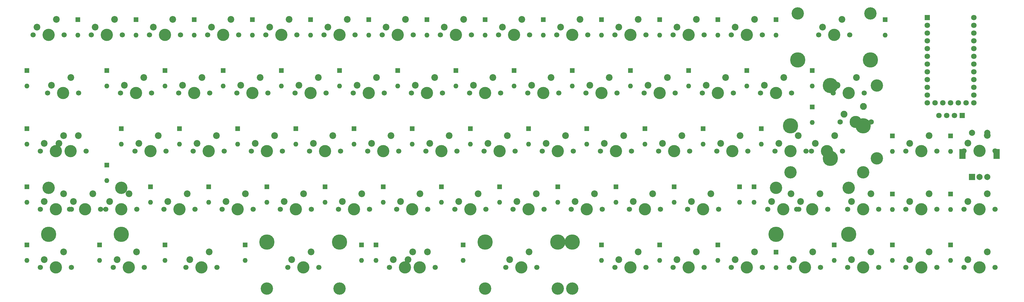
<source format=gbr>
%TF.GenerationSoftware,KiCad,Pcbnew,(6.0.1)*%
%TF.CreationDate,2022-05-15T15:51:01-04:00*%
%TF.ProjectId,GanJing 65 rev 2 solder,47616e4a-696e-4672-9036-352072657620,2*%
%TF.SameCoordinates,Original*%
%TF.FileFunction,Soldermask,Bot*%
%TF.FilePolarity,Negative*%
%FSLAX46Y46*%
G04 Gerber Fmt 4.6, Leading zero omitted, Abs format (unit mm)*
G04 Created by KiCad (PCBNEW (6.0.1)) date 2022-05-15 15:51:01*
%MOMM*%
%LPD*%
G01*
G04 APERTURE LIST*
%ADD10R,1.600000X1.600000*%
%ADD11O,1.600000X1.600000*%
%ADD12R,1.800000X1.800000*%
%ADD13C,1.800000*%
%ADD14C,1.700000*%
%ADD15C,2.200000*%
%ADD16C,4.000000*%
%ADD17C,4.050000*%
%ADD18C,5.000000*%
%ADD19R,2.000000X3.200000*%
%ADD20R,2.000000X2.000000*%
%ADD21C,2.000000*%
%ADD22C,3.987800*%
%ADD23C,1.750000*%
%ADD24C,2.250000*%
G04 APERTURE END LIST*
D10*
%TO.C,D1*%
X69056250Y-99853750D03*
D11*
X69056250Y-104933750D03*
%TD*%
D10*
%TO.C,D2*%
X88106250Y-99853750D03*
D11*
X88106250Y-104933750D03*
%TD*%
D10*
%TO.C,D3*%
X107156250Y-99853750D03*
D11*
X107156250Y-104933750D03*
%TD*%
D10*
%TO.C,D4*%
X126206250Y-99853750D03*
D11*
X126206250Y-104933750D03*
%TD*%
D10*
%TO.C,D5*%
X145256250Y-99853750D03*
D11*
X145256250Y-104933750D03*
%TD*%
D10*
%TO.C,D6*%
X164306250Y-99853750D03*
D11*
X164306250Y-104933750D03*
%TD*%
D10*
%TO.C,D7*%
X183356250Y-99853750D03*
D11*
X183356250Y-104933750D03*
%TD*%
D10*
%TO.C,D8*%
X202406250Y-99853750D03*
D11*
X202406250Y-104933750D03*
%TD*%
D10*
%TO.C,D9*%
X221456250Y-99853750D03*
D11*
X221456250Y-104933750D03*
%TD*%
D10*
%TO.C,D10*%
X240506250Y-99853750D03*
D11*
X240506250Y-104933750D03*
%TD*%
D10*
%TO.C,D11*%
X259556250Y-99853750D03*
D11*
X259556250Y-104933750D03*
%TD*%
D10*
%TO.C,D12*%
X278606250Y-99853750D03*
D11*
X278606250Y-104933750D03*
%TD*%
D10*
%TO.C,D13*%
X297656250Y-99853750D03*
D11*
X297656250Y-104933750D03*
%TD*%
D10*
%TO.C,D14*%
X333375000Y-99853750D03*
D11*
X333375000Y-104933750D03*
%TD*%
D10*
%TO.C,D16*%
X52387500Y-116522500D03*
D11*
X52387500Y-121602500D03*
%TD*%
D10*
%TO.C,D17*%
X78581250Y-116522500D03*
D11*
X78581250Y-121602500D03*
%TD*%
D10*
%TO.C,D18*%
X97631250Y-116522500D03*
D11*
X97631250Y-121602500D03*
%TD*%
D10*
%TO.C,D19*%
X116681250Y-116522500D03*
D11*
X116681250Y-121602500D03*
%TD*%
D10*
%TO.C,D20*%
X135731250Y-116522500D03*
D11*
X135731250Y-121602500D03*
%TD*%
D10*
%TO.C,D21*%
X154781250Y-116522500D03*
D11*
X154781250Y-121602500D03*
%TD*%
D10*
%TO.C,D22*%
X173831250Y-116522500D03*
D11*
X173831250Y-121602500D03*
%TD*%
D10*
%TO.C,D23*%
X192881250Y-116522500D03*
D11*
X192881250Y-121602500D03*
%TD*%
D10*
%TO.C,D24*%
X211931250Y-116522500D03*
D11*
X211931250Y-121602500D03*
%TD*%
D10*
%TO.C,D25*%
X230981250Y-116522500D03*
D11*
X230981250Y-121602500D03*
%TD*%
D10*
%TO.C,D26*%
X250031250Y-116522500D03*
D11*
X250031250Y-121602500D03*
%TD*%
D10*
%TO.C,D27*%
X269081250Y-116522500D03*
D11*
X269081250Y-121602500D03*
%TD*%
D10*
%TO.C,D28*%
X288131250Y-116522500D03*
D11*
X288131250Y-121602500D03*
%TD*%
D10*
%TO.C,D29*%
X309562500Y-116522500D03*
D11*
X309562500Y-121602500D03*
%TD*%
D10*
%TO.C,D30*%
X335756250Y-137953750D03*
D11*
X335756250Y-143033750D03*
%TD*%
D10*
%TO.C,D31*%
X52387500Y-135572500D03*
D11*
X52387500Y-140652500D03*
%TD*%
D10*
%TO.C,D32*%
X83343750Y-135572500D03*
D11*
X83343750Y-140652500D03*
%TD*%
D10*
%TO.C,D33*%
X102393750Y-135572500D03*
D11*
X102393750Y-140652500D03*
%TD*%
D10*
%TO.C,D34*%
X121443750Y-135572500D03*
D11*
X121443750Y-140652500D03*
%TD*%
D10*
%TO.C,D35*%
X140493750Y-135572500D03*
D11*
X140493750Y-140652500D03*
%TD*%
D10*
%TO.C,D36*%
X159543750Y-135572500D03*
D11*
X159543750Y-140652500D03*
%TD*%
D10*
%TO.C,D37*%
X178593750Y-135572500D03*
D11*
X178593750Y-140652500D03*
%TD*%
D10*
%TO.C,D38*%
X197643750Y-135572500D03*
D11*
X197643750Y-140652500D03*
%TD*%
D10*
%TO.C,D39*%
X216693750Y-135572500D03*
D11*
X216693750Y-140652500D03*
%TD*%
D10*
%TO.C,D40*%
X235743750Y-135572500D03*
D11*
X235743750Y-140652500D03*
%TD*%
D10*
%TO.C,D41*%
X254793750Y-135572500D03*
D11*
X254793750Y-140652500D03*
%TD*%
D10*
%TO.C,D42*%
X273843750Y-135572500D03*
D11*
X273843750Y-140652500D03*
%TD*%
D10*
%TO.C,D43*%
X292893750Y-135572500D03*
D11*
X292893750Y-140652500D03*
%TD*%
D10*
%TO.C,D44*%
X309562500Y-128428750D03*
D11*
X309562500Y-133508750D03*
%TD*%
D10*
%TO.C,D45*%
X335756250Y-157003750D03*
D11*
X335756250Y-162083750D03*
%TD*%
D10*
%TO.C,D46*%
X52387500Y-154622500D03*
D11*
X52387500Y-159702500D03*
%TD*%
D10*
%TO.C,D47*%
X78581250Y-147478750D03*
D11*
X78581250Y-152558750D03*
%TD*%
D10*
%TO.C,D48*%
X92868750Y-154622500D03*
D11*
X92868750Y-159702500D03*
%TD*%
D10*
%TO.C,D49*%
X111918750Y-154622500D03*
D11*
X111918750Y-159702500D03*
%TD*%
D10*
%TO.C,D50*%
X130968750Y-154622500D03*
D11*
X130968750Y-159702500D03*
%TD*%
D10*
%TO.C,D51*%
X150018750Y-154622500D03*
D11*
X150018750Y-159702500D03*
%TD*%
D10*
%TO.C,D52*%
X169068750Y-154622500D03*
D11*
X169068750Y-159702500D03*
%TD*%
D10*
%TO.C,D53*%
X188118750Y-154622500D03*
D11*
X188118750Y-159702500D03*
%TD*%
D10*
%TO.C,D54*%
X207168750Y-154622500D03*
D11*
X207168750Y-159702500D03*
%TD*%
D10*
%TO.C,D55*%
X226218750Y-154622500D03*
D11*
X226218750Y-159702500D03*
%TD*%
D10*
%TO.C,D57*%
X264318750Y-154622500D03*
D11*
X264318750Y-159702500D03*
%TD*%
D10*
%TO.C,D58*%
X290512500Y-154622500D03*
D11*
X290512500Y-159702500D03*
%TD*%
D10*
%TO.C,D60*%
X354806250Y-157003750D03*
D11*
X354806250Y-162083750D03*
%TD*%
D10*
%TO.C,D61*%
X52387500Y-173672500D03*
D11*
X52387500Y-178752500D03*
%TD*%
D10*
%TO.C,D62*%
X76200000Y-173672500D03*
D11*
X76200000Y-178752500D03*
%TD*%
D10*
%TO.C,D63*%
X97631250Y-173672500D03*
D11*
X97631250Y-178752500D03*
%TD*%
D10*
%TO.C,D66*%
X166687500Y-173672500D03*
D11*
X166687500Y-178752500D03*
%TD*%
D10*
%TO.C,D68*%
X240506250Y-173672500D03*
D11*
X240506250Y-178752500D03*
%TD*%
D10*
%TO.C,D69*%
X259556250Y-173672500D03*
D11*
X259556250Y-178752500D03*
%TD*%
D10*
%TO.C,D70*%
X278606250Y-173672500D03*
D11*
X278606250Y-178752500D03*
%TD*%
D10*
%TO.C,D71*%
X297656250Y-176053750D03*
D11*
X297656250Y-181133750D03*
%TD*%
D10*
%TO.C,D72*%
X316706250Y-173672500D03*
D11*
X316706250Y-178752500D03*
%TD*%
D10*
%TO.C,D73*%
X335756250Y-173672500D03*
D11*
X335756250Y-178752500D03*
%TD*%
D10*
%TO.C,D74*%
X354806250Y-173672500D03*
D11*
X354806250Y-178752500D03*
%TD*%
D10*
%TO.C,D15*%
X354806250Y-137953750D03*
D11*
X354806250Y-143033750D03*
%TD*%
D12*
%TO.C,DS1*%
X358616250Y-131250000D03*
D13*
X356076250Y-131250000D03*
X353536250Y-131250000D03*
X350996250Y-131250000D03*
%TD*%
D14*
%TO.C,MX1*%
X64611250Y-104775000D03*
D15*
X55721250Y-102235000D03*
X62071250Y-99695000D03*
D14*
X54451250Y-104775000D03*
D16*
X59531250Y-104775000D03*
%TD*%
D14*
%TO.C,MX2*%
X83661250Y-104775000D03*
D15*
X74771250Y-102235000D03*
X81121250Y-99695000D03*
D14*
X73501250Y-104775000D03*
D16*
X78581250Y-104775000D03*
%TD*%
D14*
%TO.C,MX3*%
X102711250Y-104775000D03*
D15*
X93821250Y-102235000D03*
X100171250Y-99695000D03*
D14*
X92551250Y-104775000D03*
D16*
X97631250Y-104775000D03*
%TD*%
D14*
%TO.C,MX4*%
X121761250Y-104775000D03*
D15*
X112871250Y-102235000D03*
X119221250Y-99695000D03*
D14*
X111601250Y-104775000D03*
D16*
X116681250Y-104775000D03*
%TD*%
D14*
%TO.C,MX5*%
X140811250Y-104775000D03*
D15*
X131921250Y-102235000D03*
X138271250Y-99695000D03*
D14*
X130651250Y-104775000D03*
D16*
X135731250Y-104775000D03*
%TD*%
D14*
%TO.C,MX6*%
X159861250Y-104775000D03*
D15*
X150971250Y-102235000D03*
X157321250Y-99695000D03*
D14*
X149701250Y-104775000D03*
D16*
X154781250Y-104775000D03*
%TD*%
D14*
%TO.C,MX7*%
X178911250Y-104775000D03*
D15*
X170021250Y-102235000D03*
X176371250Y-99695000D03*
D14*
X168751250Y-104775000D03*
D16*
X173831250Y-104775000D03*
%TD*%
D14*
%TO.C,MX8*%
X197961250Y-104775000D03*
D15*
X189071250Y-102235000D03*
X195421250Y-99695000D03*
D14*
X187801250Y-104775000D03*
D16*
X192881250Y-104775000D03*
%TD*%
D14*
%TO.C,MX9*%
X217011250Y-104775000D03*
D15*
X208121250Y-102235000D03*
X214471250Y-99695000D03*
D14*
X206851250Y-104775000D03*
D16*
X211931250Y-104775000D03*
%TD*%
D14*
%TO.C,MX10*%
X236061250Y-104775000D03*
D15*
X227171250Y-102235000D03*
X233521250Y-99695000D03*
D14*
X225901250Y-104775000D03*
D16*
X230981250Y-104775000D03*
%TD*%
D14*
%TO.C,MX11*%
X255111250Y-104775000D03*
D15*
X246221250Y-102235000D03*
X252571250Y-99695000D03*
D14*
X244951250Y-104775000D03*
D16*
X250031250Y-104775000D03*
%TD*%
D14*
%TO.C,MX12*%
X274161250Y-104775000D03*
D15*
X265271250Y-102235000D03*
X271621250Y-99695000D03*
D14*
X264001250Y-104775000D03*
D16*
X269081250Y-104775000D03*
%TD*%
D14*
%TO.C,MX13*%
X293211250Y-104775000D03*
D15*
X284321250Y-102235000D03*
X290671250Y-99695000D03*
D14*
X283051250Y-104775000D03*
D16*
X288131250Y-104775000D03*
%TD*%
%TO.C,MX14*%
X316706250Y-104775000D03*
D14*
X311626250Y-104775000D03*
D17*
X304806250Y-97775000D03*
D18*
X304806250Y-113015000D03*
D17*
X328606250Y-97775000D03*
D18*
X328606250Y-113015000D03*
D14*
X321786250Y-104775000D03*
D15*
X319246250Y-99695000D03*
X312896250Y-102235000D03*
%TD*%
D14*
%TO.C,MX16*%
X59213750Y-123825000D03*
D16*
X64293750Y-123825000D03*
D14*
X69373750Y-123825000D03*
D15*
X66833750Y-118745000D03*
X60483750Y-121285000D03*
%TD*%
D14*
%TO.C,MX17*%
X93186250Y-123825000D03*
D15*
X84296250Y-121285000D03*
X90646250Y-118745000D03*
D14*
X83026250Y-123825000D03*
D16*
X88106250Y-123825000D03*
%TD*%
D14*
%TO.C,MX18*%
X112236250Y-123825000D03*
D15*
X103346250Y-121285000D03*
X109696250Y-118745000D03*
D14*
X102076250Y-123825000D03*
D16*
X107156250Y-123825000D03*
%TD*%
D14*
%TO.C,MX19*%
X131286250Y-123825000D03*
D15*
X122396250Y-121285000D03*
X128746250Y-118745000D03*
D14*
X121126250Y-123825000D03*
D16*
X126206250Y-123825000D03*
%TD*%
D14*
%TO.C,MX20*%
X150336250Y-123825000D03*
D15*
X141446250Y-121285000D03*
X147796250Y-118745000D03*
D14*
X140176250Y-123825000D03*
D16*
X145256250Y-123825000D03*
%TD*%
D14*
%TO.C,MX21*%
X169386250Y-123825000D03*
D15*
X160496250Y-121285000D03*
X166846250Y-118745000D03*
D14*
X159226250Y-123825000D03*
D16*
X164306250Y-123825000D03*
%TD*%
D14*
%TO.C,MX22*%
X188436250Y-123825000D03*
D15*
X179546250Y-121285000D03*
X185896250Y-118745000D03*
D14*
X178276250Y-123825000D03*
D16*
X183356250Y-123825000D03*
%TD*%
D14*
%TO.C,MX23*%
X207486250Y-123825000D03*
D15*
X198596250Y-121285000D03*
X204946250Y-118745000D03*
D14*
X197326250Y-123825000D03*
D16*
X202406250Y-123825000D03*
%TD*%
D14*
%TO.C,MX24*%
X226536250Y-123825000D03*
D15*
X217646250Y-121285000D03*
X223996250Y-118745000D03*
D14*
X216376250Y-123825000D03*
D16*
X221456250Y-123825000D03*
%TD*%
D14*
%TO.C,MX25*%
X245586250Y-123825000D03*
D15*
X236696250Y-121285000D03*
X243046250Y-118745000D03*
D14*
X235426250Y-123825000D03*
D16*
X240506250Y-123825000D03*
%TD*%
D14*
%TO.C,MX26*%
X264636250Y-123825000D03*
D15*
X255746250Y-121285000D03*
X262096250Y-118745000D03*
D14*
X254476250Y-123825000D03*
D16*
X259556250Y-123825000D03*
%TD*%
D14*
%TO.C,MX27*%
X283686250Y-123825000D03*
D15*
X274796250Y-121285000D03*
X281146250Y-118745000D03*
D14*
X273526250Y-123825000D03*
D16*
X278606250Y-123825000D03*
%TD*%
D14*
%TO.C,MX28*%
X302736250Y-123825000D03*
D15*
X293846250Y-121285000D03*
X300196250Y-118745000D03*
D14*
X292576250Y-123825000D03*
D16*
X297656250Y-123825000D03*
%TD*%
D14*
%TO.C,MX29*%
X316388750Y-123825000D03*
D16*
X321468750Y-123825000D03*
D14*
X326548750Y-123825000D03*
D15*
X324008750Y-118745000D03*
X317658750Y-121285000D03*
%TD*%
D14*
%TO.C,MX30*%
X350361250Y-142875000D03*
D15*
X341471250Y-140335000D03*
X347821250Y-137795000D03*
D14*
X340201250Y-142875000D03*
D16*
X345281250Y-142875000D03*
%TD*%
D14*
%TO.C,MX31*%
X61595000Y-142875000D03*
D16*
X66675000Y-142875000D03*
D15*
X69215000Y-137795000D03*
D14*
X71755000Y-142875000D03*
D15*
X62865000Y-140335000D03*
%TD*%
D14*
%TO.C,MX32*%
X97948750Y-142875000D03*
D15*
X89058750Y-140335000D03*
X95408750Y-137795000D03*
D14*
X87788750Y-142875000D03*
D16*
X92868750Y-142875000D03*
%TD*%
D14*
%TO.C,MX33*%
X116998750Y-142875000D03*
D15*
X108108750Y-140335000D03*
X114458750Y-137795000D03*
D14*
X106838750Y-142875000D03*
D16*
X111918750Y-142875000D03*
%TD*%
D14*
%TO.C,MX34*%
X136048750Y-142875000D03*
D15*
X127158750Y-140335000D03*
X133508750Y-137795000D03*
D14*
X125888750Y-142875000D03*
D16*
X130968750Y-142875000D03*
%TD*%
D14*
%TO.C,MX35*%
X155098750Y-142875000D03*
D15*
X146208750Y-140335000D03*
X152558750Y-137795000D03*
D14*
X144938750Y-142875000D03*
D16*
X150018750Y-142875000D03*
%TD*%
D14*
%TO.C,MX36*%
X174148750Y-142875000D03*
D15*
X165258750Y-140335000D03*
X171608750Y-137795000D03*
D14*
X163988750Y-142875000D03*
D16*
X169068750Y-142875000D03*
%TD*%
D14*
%TO.C,MX37*%
X193198750Y-142875000D03*
D15*
X184308750Y-140335000D03*
X190658750Y-137795000D03*
D14*
X183038750Y-142875000D03*
D16*
X188118750Y-142875000D03*
%TD*%
D14*
%TO.C,MX38*%
X212248750Y-142875000D03*
D15*
X203358750Y-140335000D03*
X209708750Y-137795000D03*
D14*
X202088750Y-142875000D03*
D16*
X207168750Y-142875000D03*
%TD*%
D14*
%TO.C,MX39*%
X231298750Y-142875000D03*
D15*
X222408750Y-140335000D03*
X228758750Y-137795000D03*
D14*
X221138750Y-142875000D03*
D16*
X226218750Y-142875000D03*
%TD*%
D14*
%TO.C,MX40*%
X250348750Y-142875000D03*
D15*
X241458750Y-140335000D03*
X247808750Y-137795000D03*
D14*
X240188750Y-142875000D03*
D16*
X245268750Y-142875000D03*
%TD*%
D14*
%TO.C,MX41*%
X269398750Y-142875000D03*
D15*
X260508750Y-140335000D03*
X266858750Y-137795000D03*
D14*
X259238750Y-142875000D03*
D16*
X264318750Y-142875000D03*
%TD*%
D14*
%TO.C,MX42*%
X288448750Y-142875000D03*
D15*
X279558750Y-140335000D03*
X285908750Y-137795000D03*
D14*
X278288750Y-142875000D03*
D16*
X283368750Y-142875000D03*
%TD*%
D14*
%TO.C,MX43*%
X307498750Y-142875000D03*
D15*
X298608750Y-140335000D03*
X304958750Y-137795000D03*
D14*
X297338750Y-142875000D03*
D16*
X302418750Y-142875000D03*
%TD*%
%TO.C,MX44*%
X314325000Y-142875000D03*
D14*
X319405000Y-142875000D03*
D17*
X302425000Y-149875000D03*
D14*
X309245000Y-142875000D03*
D18*
X302425000Y-134635000D03*
D17*
X326225000Y-149875000D03*
D18*
X326225000Y-134635000D03*
D15*
X316865000Y-137795000D03*
X310515000Y-140335000D03*
%TD*%
D14*
%TO.C,MX45*%
X350361250Y-161925000D03*
D15*
X341471250Y-159385000D03*
X347821250Y-156845000D03*
D14*
X340201250Y-161925000D03*
D16*
X345281250Y-161925000D03*
%TD*%
D18*
%TO.C,MX46*%
X59537500Y-170165000D03*
D14*
X66357500Y-161925000D03*
D16*
X71437500Y-161925000D03*
D18*
X83337500Y-170165000D03*
D17*
X83337500Y-154925000D03*
X59537500Y-154925000D03*
D14*
X76517500Y-161925000D03*
D15*
X73977500Y-156845000D03*
X67627500Y-159385000D03*
%TD*%
D14*
%TO.C,MX48*%
X107473750Y-161925000D03*
D15*
X98583750Y-159385000D03*
X104933750Y-156845000D03*
D14*
X97313750Y-161925000D03*
D16*
X102393750Y-161925000D03*
%TD*%
D14*
%TO.C,MX49*%
X126523750Y-161925000D03*
D15*
X117633750Y-159385000D03*
X123983750Y-156845000D03*
D14*
X116363750Y-161925000D03*
D16*
X121443750Y-161925000D03*
%TD*%
D14*
%TO.C,MX50*%
X145573750Y-161925000D03*
D15*
X136683750Y-159385000D03*
X143033750Y-156845000D03*
D14*
X135413750Y-161925000D03*
D16*
X140493750Y-161925000D03*
%TD*%
D14*
%TO.C,MX51*%
X164623750Y-161925000D03*
D15*
X155733750Y-159385000D03*
X162083750Y-156845000D03*
D14*
X154463750Y-161925000D03*
D16*
X159543750Y-161925000D03*
%TD*%
D14*
%TO.C,MX52*%
X183673750Y-161925000D03*
D15*
X174783750Y-159385000D03*
X181133750Y-156845000D03*
D14*
X173513750Y-161925000D03*
D16*
X178593750Y-161925000D03*
%TD*%
D14*
%TO.C,MX53*%
X202723750Y-161925000D03*
D15*
X193833750Y-159385000D03*
X200183750Y-156845000D03*
D14*
X192563750Y-161925000D03*
D16*
X197643750Y-161925000D03*
%TD*%
D14*
%TO.C,MX54*%
X221773750Y-161925000D03*
D15*
X212883750Y-159385000D03*
X219233750Y-156845000D03*
D14*
X211613750Y-161925000D03*
D16*
X216693750Y-161925000D03*
%TD*%
D14*
%TO.C,MX55*%
X240823750Y-161925000D03*
D15*
X231933750Y-159385000D03*
X238283750Y-156845000D03*
D14*
X230663750Y-161925000D03*
D16*
X235743750Y-161925000D03*
%TD*%
D14*
%TO.C,MX56*%
X259873750Y-161925000D03*
D15*
X250983750Y-159385000D03*
X257333750Y-156845000D03*
D14*
X249713750Y-161925000D03*
D16*
X254793750Y-161925000D03*
%TD*%
D14*
%TO.C,MX57*%
X278923750Y-161925000D03*
D15*
X270033750Y-159385000D03*
X276383750Y-156845000D03*
D14*
X268763750Y-161925000D03*
D16*
X273843750Y-161925000D03*
%TD*%
D17*
%TO.C,MX58*%
X321462500Y-154925000D03*
X297662500Y-154925000D03*
D14*
X314642500Y-161925000D03*
D18*
X321462500Y-170165000D03*
D14*
X304482500Y-161925000D03*
D16*
X309562500Y-161925000D03*
D18*
X297662500Y-170165000D03*
D15*
X312102500Y-156845000D03*
X305752500Y-159385000D03*
%TD*%
D14*
%TO.C,MX60*%
X369411250Y-161925000D03*
D15*
X360521250Y-159385000D03*
X366871250Y-156845000D03*
D14*
X359251250Y-161925000D03*
D16*
X364331250Y-161925000D03*
%TD*%
D15*
%TO.C,MX61*%
X58102500Y-178435000D03*
D14*
X66992500Y-180975000D03*
D16*
X61912500Y-180975000D03*
D14*
X56832500Y-180975000D03*
D15*
X64452500Y-175895000D03*
%TD*%
%TO.C,MX62*%
X81915000Y-178435000D03*
D14*
X90805000Y-180975000D03*
D16*
X85725000Y-180975000D03*
D14*
X80645000Y-180975000D03*
D15*
X88265000Y-175895000D03*
%TD*%
%TO.C,MX63*%
X105727500Y-178435000D03*
D14*
X114617500Y-180975000D03*
D16*
X109537500Y-180975000D03*
D14*
X104457500Y-180975000D03*
D15*
X112077500Y-175895000D03*
%TD*%
D14*
%TO.C,MX66*%
X175895000Y-180975000D03*
X186055000Y-180975000D03*
D17*
X130975100Y-187960000D03*
D18*
X130975100Y-172720000D03*
X230974900Y-172720000D03*
D16*
X180975000Y-180975000D03*
D17*
X230974900Y-187960000D03*
D15*
X183515000Y-175895000D03*
X177165000Y-178435000D03*
%TD*%
D14*
%TO.C,MX68*%
X255111250Y-180975000D03*
D15*
X246221250Y-178435000D03*
X252571250Y-175895000D03*
D14*
X244951250Y-180975000D03*
D16*
X250031250Y-180975000D03*
%TD*%
D14*
%TO.C,MX69*%
X274161250Y-180975000D03*
D15*
X265271250Y-178435000D03*
X271621250Y-175895000D03*
D14*
X264001250Y-180975000D03*
D16*
X269081250Y-180975000D03*
%TD*%
D14*
%TO.C,MX70*%
X293211250Y-180975000D03*
D15*
X284321250Y-178435000D03*
X290671250Y-175895000D03*
D14*
X283051250Y-180975000D03*
D16*
X288131250Y-180975000D03*
%TD*%
D14*
%TO.C,MX71*%
X312261250Y-180975000D03*
D15*
X303371250Y-178435000D03*
X309721250Y-175895000D03*
D14*
X302101250Y-180975000D03*
D16*
X307181250Y-180975000D03*
%TD*%
D14*
%TO.C,MX72*%
X331311250Y-180975000D03*
D15*
X322421250Y-178435000D03*
X328771250Y-175895000D03*
D14*
X321151250Y-180975000D03*
D16*
X326231250Y-180975000D03*
%TD*%
D14*
%TO.C,MX73*%
X350361250Y-180975000D03*
D15*
X341471250Y-178435000D03*
X347821250Y-175895000D03*
D14*
X340201250Y-180975000D03*
D16*
X345281250Y-180975000D03*
%TD*%
D14*
%TO.C,MX74*%
X369411250Y-180975000D03*
D15*
X360521250Y-178435000D03*
X366871250Y-175895000D03*
D14*
X359251250Y-180975000D03*
D16*
X364331250Y-180975000D03*
%TD*%
D15*
%TO.C,MX75*%
X64452500Y-137795000D03*
D14*
X66992500Y-142875000D03*
X56832500Y-142875000D03*
D15*
X58102500Y-140335000D03*
D16*
X61912500Y-142875000D03*
%TD*%
D15*
%TO.C,MX77*%
X58102500Y-159385000D03*
D14*
X66992500Y-161925000D03*
D16*
X61912500Y-161925000D03*
D14*
X56832500Y-161925000D03*
D15*
X64452500Y-156845000D03*
%TD*%
D16*
%TO.C,MX64*%
X142875000Y-180975000D03*
D14*
X147955000Y-180975000D03*
D17*
X130975000Y-187975000D03*
D14*
X137795000Y-180975000D03*
D18*
X130975000Y-172735000D03*
D17*
X154775000Y-187975000D03*
D18*
X154775000Y-172735000D03*
D15*
X145415000Y-175895000D03*
X139065000Y-178435000D03*
%TD*%
%TO.C,MX65*%
X172402500Y-178435000D03*
D14*
X181292500Y-180975000D03*
D16*
X176212500Y-180975000D03*
D14*
X171132500Y-180975000D03*
D15*
X178752500Y-175895000D03*
%TD*%
D12*
%TO.C,U1*%
X347186250Y-99130000D03*
D13*
X347186250Y-101670000D03*
X347186250Y-104210000D03*
X347186250Y-106750000D03*
X347186250Y-109290000D03*
X347186250Y-111830000D03*
X347186250Y-114370000D03*
X347186250Y-116910000D03*
X347186250Y-119450000D03*
X347186250Y-121990000D03*
X347186250Y-124530000D03*
X347186250Y-127070000D03*
X362426250Y-127070000D03*
X362426250Y-124530000D03*
X362426250Y-121990000D03*
X362426250Y-119450000D03*
X362426250Y-116910000D03*
X362426250Y-114370000D03*
X362426250Y-111830000D03*
X362426250Y-109290000D03*
X362426250Y-106750000D03*
X362426250Y-104210000D03*
X362426250Y-101670000D03*
X362426250Y-99130000D03*
X349726250Y-127070000D03*
X352266250Y-127070000D03*
X354806250Y-127070000D03*
X357346250Y-127070000D03*
X359886250Y-127070000D03*
%TD*%
D10*
%TO.C,D56*%
X245268750Y-154622500D03*
D11*
X245268750Y-159702500D03*
%TD*%
D14*
%TO.C,MX67*%
X209232500Y-180975000D03*
D18*
X226212500Y-172735000D03*
X202412500Y-172735000D03*
D17*
X202412500Y-187975000D03*
D16*
X214312500Y-180975000D03*
D14*
X219392500Y-180975000D03*
D17*
X226212500Y-187975000D03*
D15*
X216852500Y-175895000D03*
X210502500Y-178435000D03*
%TD*%
D14*
%TO.C,MX15*%
X369400000Y-142860000D03*
D15*
X360510000Y-140320000D03*
X366860000Y-137780000D03*
D14*
X359240000Y-142860000D03*
D16*
X364320000Y-142860000D03*
%TD*%
D14*
%TO.C,MX47*%
X88423750Y-161925000D03*
D15*
X79533750Y-159385000D03*
X85883750Y-156845000D03*
D14*
X78263750Y-161925000D03*
D16*
X83343750Y-161925000D03*
%TD*%
D19*
%TO.C,SW1*%
X358731250Y-143875000D03*
X369931250Y-143875000D03*
D20*
X361831250Y-151375000D03*
D21*
X366831250Y-151375000D03*
X364331250Y-151375000D03*
X366831250Y-136875000D03*
X361831250Y-136875000D03*
%TD*%
D14*
%TO.C,MX59*%
X331311250Y-161925000D03*
D15*
X322421250Y-159385000D03*
X328771250Y-156845000D03*
D14*
X321151250Y-161925000D03*
D16*
X326231250Y-161925000D03*
%TD*%
D10*
%TO.C,D67*%
X195262500Y-173672500D03*
D11*
X195262500Y-178752500D03*
%TD*%
D10*
%TO.C,D65*%
X161925000Y-173672500D03*
D11*
X161925000Y-178752500D03*
%TD*%
D10*
%TO.C,D64*%
X123825000Y-173672500D03*
D11*
X123825000Y-178752500D03*
%TD*%
D18*
%TO.C,MX76*%
X315470000Y-121412000D03*
X315470000Y-145288000D03*
D17*
X330710000Y-121412000D03*
D22*
X323725000Y-133350000D03*
D23*
X318645000Y-133350000D03*
X328805000Y-133350000D03*
D17*
X330710000Y-145288000D03*
D24*
X326265000Y-128270000D03*
X319915000Y-130810000D03*
%TD*%
D14*
%TO.C,MX78*%
X294957500Y-161925000D03*
D16*
X300037500Y-161925000D03*
D15*
X302577500Y-156845000D03*
D14*
X305117500Y-161925000D03*
D15*
X296227500Y-159385000D03*
%TD*%
D10*
%TO.C,D59*%
X285750000Y-154622500D03*
D11*
X285750000Y-159702500D03*
%TD*%
M02*

</source>
